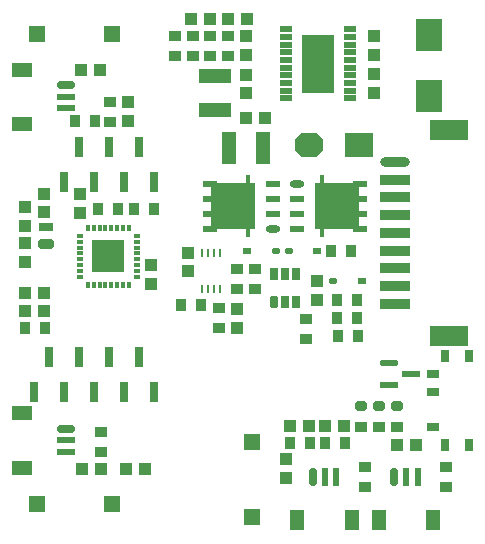
<source format=gtp>
G04*
G04 #@! TF.GenerationSoftware,Altium Limited,Altium NEXUS,3.2.6 (83)*
G04*
G04 Layer_Color=8421504*
%FSLAX44Y44*%
%MOMM*%
G71*
G04*
G04 #@! TF.SameCoordinates,E101C6A8-1949-4893-99AA-7595D6EC33FA*
G04*
G04*
G04 #@! TF.FilePolarity,Positive*
G04*
G01*
G75*
%ADD16R,1.0000X1.0000*%
%ADD17R,1.0000X0.9000*%
G04:AMPARAMS|DCode=18|XSize=0.6mm|YSize=1.55mm|CornerRadius=0mm|HoleSize=0mm|Usage=FLASHONLY|Rotation=0.000|XOffset=0mm|YOffset=0mm|HoleType=Round|Shape=Octagon|*
%AMOCTAGOND18*
4,1,8,-0.1500,0.7750,0.1500,0.7750,0.3000,0.6250,0.3000,-0.6250,0.1500,-0.7750,-0.1500,-0.7750,-0.3000,-0.6250,-0.3000,0.6250,-0.1500,0.7750,0.0*
%
%ADD18OCTAGOND18*%

%ADD19R,0.6000X1.5500*%
%ADD20R,1.2000X1.8000*%
%ADD21R,0.9000X1.0000*%
%ADD22R,1.0000X1.0000*%
%ADD23R,2.7500X2.7500*%
%ADD24R,0.3000X0.6000*%
%ADD25R,0.6000X0.3000*%
%ADD26R,1.0000X0.7000*%
%ADD27R,0.8000X1.0000*%
%ADD28R,1.4000X1.4000*%
%ADD29R,0.2500X0.7500*%
%ADD30R,1.8000X1.2000*%
%ADD31R,1.5500X0.6000*%
G04:AMPARAMS|DCode=32|XSize=0.6mm|YSize=1.55mm|CornerRadius=0mm|HoleSize=0mm|Usage=FLASHONLY|Rotation=270.000|XOffset=0mm|YOffset=0mm|HoleType=Round|Shape=Octagon|*
%AMOCTAGOND32*
4,1,8,0.7750,0.1500,0.7750,-0.1500,0.6250,-0.3000,-0.6250,-0.3000,-0.7750,-0.1500,-0.7750,0.1500,-0.6250,0.3000,0.6250,0.3000,0.7750,0.1500,0.0*
%
%ADD32OCTAGOND32*%

G04:AMPARAMS|DCode=33|XSize=0.5mm|YSize=0.71mm|CornerRadius=0mm|HoleSize=0mm|Usage=FLASHONLY|Rotation=270.000|XOffset=0mm|YOffset=0mm|HoleType=Round|Shape=Octagon|*
%AMOCTAGOND33*
4,1,8,0.3550,0.1250,0.3550,-0.1250,0.2300,-0.2500,-0.2300,-0.2500,-0.3550,-0.1250,-0.3550,0.1250,-0.2300,0.2500,0.2300,0.2500,0.3550,0.1250,0.0*
%
%ADD33OCTAGOND33*%

%ADD34R,0.7100X0.5000*%
G04:AMPARAMS|DCode=35|XSize=0.55mm|YSize=1.55mm|CornerRadius=0mm|HoleSize=0mm|Usage=FLASHONLY|Rotation=90.000|XOffset=0mm|YOffset=0mm|HoleType=Round|Shape=Octagon|*
%AMOCTAGOND35*
4,1,8,-0.7750,-0.1375,-0.7750,0.1375,-0.6375,0.2750,0.6375,0.2750,0.7750,0.1375,0.7750,-0.1375,0.6375,-0.2750,-0.6375,-0.2750,-0.7750,-0.1375,0.0*
%
%ADD35OCTAGOND35*%

%ADD36R,1.5500X0.5500*%
%ADD37R,0.6500X1.1000*%
G04:AMPARAMS|DCode=38|XSize=0.65mm|YSize=1.1mm|CornerRadius=0mm|HoleSize=0mm|Usage=FLASHONLY|Rotation=180.000|XOffset=0mm|YOffset=0mm|HoleType=Round|Shape=Octagon|*
%AMOCTAGOND38*
4,1,8,0.1625,-0.5500,-0.1625,-0.5500,-0.3250,-0.3875,-0.3250,0.3875,-0.1625,0.5500,0.1625,0.5500,0.3250,0.3875,0.3250,-0.3875,0.1625,-0.5500,0.0*
%
%ADD38OCTAGOND38*%

%ADD39R,1.3000X0.8000*%
G04:AMPARAMS|DCode=40|XSize=0.8mm|YSize=1.3mm|CornerRadius=0mm|HoleSize=0mm|Usage=FLASHONLY|Rotation=90.000|XOffset=0mm|YOffset=0mm|HoleType=Round|Shape=Octagon|*
%AMOCTAGOND40*
4,1,8,-0.6500,-0.2000,-0.6500,0.2000,-0.4500,0.4000,0.4500,0.4000,0.6500,0.2000,0.6500,-0.2000,0.4500,-0.4000,-0.4500,-0.4000,-0.6500,-0.2000,0.0*
%
%ADD40OCTAGOND40*%

%ADD41R,1.4000X1.4000*%
G04:AMPARAMS|DCode=42|XSize=1mm|YSize=0.9mm|CornerRadius=0mm|HoleSize=0mm|Usage=FLASHONLY|Rotation=0.000|XOffset=0mm|YOffset=0mm|HoleType=Round|Shape=Octagon|*
%AMOCTAGOND42*
4,1,8,0.5000,-0.2250,0.5000,0.2250,0.2750,0.4500,-0.2750,0.4500,-0.5000,0.2250,-0.5000,-0.2250,-0.2750,-0.4500,0.2750,-0.4500,0.5000,-0.2250,0.0*
%
%ADD42OCTAGOND42*%

%ADD43R,1.2700X0.6000*%
%ADD44O,1.2700X0.6000*%
%ADD45R,3.8100X3.9100*%
%ADD46R,0.4000X5.3000*%
%ADD47R,2.3500X2.0500*%
G04:AMPARAMS|DCode=48|XSize=2.05mm|YSize=2.35mm|CornerRadius=0mm|HoleSize=0mm|Usage=FLASHONLY|Rotation=90.000|XOffset=0mm|YOffset=0mm|HoleType=Round|Shape=Octagon|*
%AMOCTAGOND48*
4,1,8,-1.1750,-0.5125,-1.1750,0.5125,-0.6625,1.0250,0.6625,1.0250,1.1750,0.5125,1.1750,-0.5125,0.6625,-1.0250,-0.6625,-1.0250,-1.1750,-0.5125,0.0*
%
%ADD48OCTAGOND48*%

%ADD49R,2.2000X2.7000*%
%ADD50R,0.7400X1.7000*%
%ADD51R,1.3000X2.7000*%
%ADD52R,2.7000X1.3000*%
%ADD53R,2.7400X4.9500*%
%ADD54R,1.1000X0.5000*%
%ADD55R,2.5000X0.9000*%
%ADD56O,2.5000X0.9000*%
%ADD57R,3.3000X1.8000*%
D16*
X388750Y1117250D02*
D03*
X404750D02*
D03*
X351000D02*
D03*
X367000D02*
D03*
X319250Y1266250D02*
D03*
X303250D02*
D03*
X303250Y1251250D02*
D03*
X319250D02*
D03*
X366250Y1455250D02*
D03*
X350250D02*
D03*
X618250Y1137500D02*
D03*
X634250D02*
D03*
X527500Y1154000D02*
D03*
X543500D02*
D03*
X573250D02*
D03*
X557250D02*
D03*
X490000Y1414750D02*
D03*
X506000D02*
D03*
X459750Y1498500D02*
D03*
X443750D02*
D03*
X490500D02*
D03*
X474500D02*
D03*
D17*
X367000Y1132000D02*
D03*
Y1149000D02*
D03*
X659750Y1102000D02*
D03*
Y1119000D02*
D03*
X590750Y1102000D02*
D03*
Y1119000D02*
D03*
X375000Y1428250D02*
D03*
Y1411250D02*
D03*
X482500Y1287000D02*
D03*
Y1270000D02*
D03*
X467500Y1253250D02*
D03*
Y1236250D02*
D03*
X540500Y1244500D02*
D03*
Y1227500D02*
D03*
X602750Y1153250D02*
D03*
X497500Y1287000D02*
D03*
Y1270000D02*
D03*
X617750Y1153250D02*
D03*
X587750D02*
D03*
X429750Y1467250D02*
D03*
Y1484250D02*
D03*
X459750Y1467250D02*
D03*
Y1484250D02*
D03*
X444750Y1467250D02*
D03*
Y1484250D02*
D03*
X474750Y1467250D02*
D03*
Y1484250D02*
D03*
D18*
X546500Y1110500D02*
D03*
X615500D02*
D03*
D19*
X556500D02*
D03*
X566500D02*
D03*
X625500D02*
D03*
X635500D02*
D03*
D20*
X579500Y1073750D02*
D03*
X533500D02*
D03*
X648500D02*
D03*
X602500D02*
D03*
D21*
X362250Y1411500D02*
D03*
X345250D02*
D03*
X319750Y1236250D02*
D03*
X302750D02*
D03*
X412000Y1337000D02*
D03*
X395000D02*
D03*
X573750Y1139000D02*
D03*
X556750D02*
D03*
X452000Y1256500D02*
D03*
X435000D02*
D03*
X567250Y1245000D02*
D03*
X584250D02*
D03*
X567250Y1260000D02*
D03*
X584250D02*
D03*
X567750Y1230000D02*
D03*
X584750D02*
D03*
X381750Y1337000D02*
D03*
X364750D02*
D03*
X544000Y1139000D02*
D03*
X527000D02*
D03*
X562250Y1301750D02*
D03*
X579250D02*
D03*
D22*
X319250Y1334500D02*
D03*
Y1350500D02*
D03*
X390000Y1411750D02*
D03*
Y1427750D02*
D03*
X550000Y1276750D02*
D03*
Y1260750D02*
D03*
X482500Y1252750D02*
D03*
Y1236750D02*
D03*
X303250Y1322750D02*
D03*
Y1338750D02*
D03*
X303000Y1292750D02*
D03*
Y1308750D02*
D03*
X440500Y1284500D02*
D03*
Y1300500D02*
D03*
X524000Y1125750D02*
D03*
Y1109750D02*
D03*
X349500Y1349750D02*
D03*
Y1333750D02*
D03*
X409750Y1290250D02*
D03*
Y1274250D02*
D03*
X490000Y1435250D02*
D03*
Y1451250D02*
D03*
X598750Y1435500D02*
D03*
Y1451500D02*
D03*
Y1467750D02*
D03*
Y1483750D02*
D03*
X489750Y1467750D02*
D03*
Y1483750D02*
D03*
D23*
X373500Y1297250D02*
D03*
D24*
X356000Y1321250D02*
D03*
X361000D02*
D03*
X366000D02*
D03*
X371000D02*
D03*
X376000D02*
D03*
X381000D02*
D03*
X386000D02*
D03*
X391000D02*
D03*
Y1273250D02*
D03*
X386000D02*
D03*
X381000D02*
D03*
X376000D02*
D03*
X371000D02*
D03*
X366000D02*
D03*
X361000D02*
D03*
X356000D02*
D03*
D25*
X397500Y1314750D02*
D03*
Y1309750D02*
D03*
Y1304750D02*
D03*
Y1299750D02*
D03*
Y1294750D02*
D03*
Y1289750D02*
D03*
Y1284750D02*
D03*
Y1279750D02*
D03*
X349500D02*
D03*
Y1284750D02*
D03*
Y1289750D02*
D03*
Y1294750D02*
D03*
Y1299750D02*
D03*
Y1304750D02*
D03*
Y1309750D02*
D03*
Y1314750D02*
D03*
D26*
X648500Y1152750D02*
D03*
Y1182750D02*
D03*
Y1197750D02*
D03*
D27*
X678500Y1137750D02*
D03*
X658500D02*
D03*
X678500Y1212750D02*
D03*
X658500D02*
D03*
D28*
X312750Y1087500D02*
D03*
X376750D02*
D03*
Y1485750D02*
D03*
X312750D02*
D03*
D29*
X468000Y1300500D02*
D03*
X463000D02*
D03*
X458000D02*
D03*
X453000D02*
D03*
X468000Y1269500D02*
D03*
X463000D02*
D03*
X458000D02*
D03*
X453000D02*
D03*
D30*
X300500Y1455500D02*
D03*
Y1409500D02*
D03*
Y1164500D02*
D03*
Y1118500D02*
D03*
D31*
X337250Y1422500D02*
D03*
Y1432500D02*
D03*
Y1131500D02*
D03*
Y1141500D02*
D03*
D32*
Y1442500D02*
D03*
Y1151500D02*
D03*
D33*
X515000Y1301750D02*
D03*
X564000Y1276250D02*
D03*
X526500Y1301750D02*
D03*
D34*
X491000D02*
D03*
X588000Y1276250D02*
D03*
X550500Y1301750D02*
D03*
D35*
X611250Y1207000D02*
D03*
D36*
Y1188000D02*
D03*
X629750Y1197500D02*
D03*
D37*
X523000Y1282250D02*
D03*
X513500D02*
D03*
X532500D02*
D03*
Y1258250D02*
D03*
X523000D02*
D03*
D38*
X513500D02*
D03*
D39*
X320250Y1321750D02*
D03*
D40*
Y1307750D02*
D03*
D41*
X495500Y1076500D02*
D03*
Y1140500D02*
D03*
D42*
X602750Y1170250D02*
D03*
X617750D02*
D03*
X587750D02*
D03*
D43*
X459200Y1358800D02*
D03*
Y1346100D02*
D03*
Y1333400D02*
D03*
Y1320700D02*
D03*
X512600Y1358800D02*
D03*
Y1346100D02*
D03*
Y1333400D02*
D03*
X533396Y1346100D02*
D03*
Y1333400D02*
D03*
Y1320700D02*
D03*
X586796Y1358800D02*
D03*
Y1346100D02*
D03*
Y1333400D02*
D03*
Y1320700D02*
D03*
D44*
X512600D02*
D03*
X533396Y1358800D02*
D03*
D45*
X479000Y1339750D02*
D03*
X566996D02*
D03*
D46*
X491996D02*
D03*
X554000D02*
D03*
D47*
X586000Y1391250D02*
D03*
D48*
X543500D02*
D03*
D49*
X645000Y1485000D02*
D03*
Y1433000D02*
D03*
D50*
X361700Y1182470D02*
D03*
X310900D02*
D03*
X323600Y1212470D02*
D03*
X336300Y1182470D02*
D03*
X349000Y1212470D02*
D03*
X374400D02*
D03*
X387100Y1182470D02*
D03*
X399800Y1212470D02*
D03*
X412500Y1182470D02*
D03*
X336300Y1360270D02*
D03*
X349000Y1390270D02*
D03*
X361700Y1360270D02*
D03*
X374400Y1390270D02*
D03*
X387100Y1360270D02*
D03*
X399800Y1390270D02*
D03*
X412500Y1360270D02*
D03*
D51*
X504500Y1389250D02*
D03*
X475500D02*
D03*
D52*
X463500Y1421000D02*
D03*
Y1450000D02*
D03*
D53*
X550750Y1460250D02*
D03*
D54*
X578000Y1489500D02*
D03*
Y1483000D02*
D03*
Y1476500D02*
D03*
Y1470000D02*
D03*
Y1463500D02*
D03*
Y1457000D02*
D03*
Y1450500D02*
D03*
Y1444000D02*
D03*
Y1437500D02*
D03*
Y1431000D02*
D03*
X523500D02*
D03*
Y1437500D02*
D03*
Y1444000D02*
D03*
Y1450500D02*
D03*
Y1457000D02*
D03*
Y1463500D02*
D03*
Y1470000D02*
D03*
Y1476500D02*
D03*
Y1483000D02*
D03*
Y1489500D02*
D03*
D55*
X616500Y1257250D02*
D03*
Y1272250D02*
D03*
Y1287250D02*
D03*
Y1302250D02*
D03*
Y1317250D02*
D03*
Y1332250D02*
D03*
Y1347250D02*
D03*
Y1362250D02*
D03*
D56*
Y1377250D02*
D03*
D57*
X661500Y1230250D02*
D03*
Y1404250D02*
D03*
M02*

</source>
